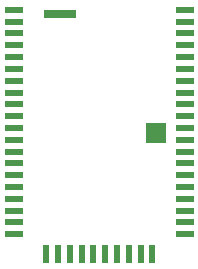
<source format=gbr>
%TF.GenerationSoftware,KiCad,Pcbnew,6.0.7-f9a2dced07~116~ubuntu20.04.1*%
%TF.CreationDate,2023-08-22T11:37:59+02:00*%
%TF.ProjectId,BlueBox,426c7565-426f-4782-9e6b-696361645f70,rev?*%
%TF.SameCoordinates,Original*%
%TF.FileFunction,Paste,Top*%
%TF.FilePolarity,Positive*%
%FSLAX46Y46*%
G04 Gerber Fmt 4.6, Leading zero omitted, Abs format (unit mm)*
G04 Created by KiCad (PCBNEW 6.0.7-f9a2dced07~116~ubuntu20.04.1) date 2023-08-22 11:37:59*
%MOMM*%
%LPD*%
G01*
G04 APERTURE LIST*
%ADD10R,1.500000X0.600000*%
%ADD11R,0.600000X1.500000*%
%ADD12R,2.790000X0.760000*%
%ADD13R,1.780000X1.780000*%
G04 APERTURE END LIST*
D10*
%TO.C,U2*%
X72250000Y-81025000D03*
X72250000Y-82025000D03*
X72250000Y-83025000D03*
X72250000Y-84025000D03*
X72250000Y-85025000D03*
X72250000Y-86025000D03*
X72250000Y-87025000D03*
X72250000Y-88025000D03*
X72250000Y-89025000D03*
X72250000Y-90025000D03*
X72250000Y-91025000D03*
X72250000Y-92025000D03*
X72250000Y-93025000D03*
X72250000Y-94025000D03*
X72250000Y-95025000D03*
X72250000Y-96025000D03*
X72250000Y-97025000D03*
X72250000Y-98025000D03*
X72250000Y-99025000D03*
X72250000Y-100025000D03*
D11*
X75000000Y-101675000D03*
X76000000Y-101675000D03*
X77000000Y-101675000D03*
X78000000Y-101675000D03*
X79000000Y-101675000D03*
X80000000Y-101675000D03*
X81000000Y-101675000D03*
X82000000Y-101675000D03*
X83000000Y-101675000D03*
X84000000Y-101675000D03*
D10*
X86750000Y-100025000D03*
X86750000Y-99025000D03*
X86750000Y-98025000D03*
X86750000Y-97025000D03*
X86750000Y-96025000D03*
X86750000Y-95025000D03*
X86750000Y-94025000D03*
X86750000Y-93025000D03*
X86750000Y-92025000D03*
X86750000Y-91025000D03*
X86750000Y-90025000D03*
X86750000Y-89025000D03*
X86750000Y-88025000D03*
X86750000Y-87025000D03*
X86750000Y-86025000D03*
X86750000Y-85025000D03*
X86750000Y-84025000D03*
X86750000Y-83025000D03*
X86750000Y-82025000D03*
X86750000Y-81025000D03*
D12*
X76210000Y-81345000D03*
D13*
X84270000Y-91455000D03*
%TD*%
M02*

</source>
